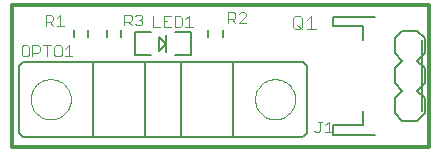
<source format=gto>
G75*
%MOIN*%
%OFA0B0*%
%FSLAX24Y24*%
%IPPOS*%
%LPD*%
%AMOC8*
5,1,8,0,0,1.08239X$1,22.5*
%
%ADD10C,0.0118*%
%ADD11C,0.0080*%
%ADD12C,0.0030*%
%ADD13C,0.0060*%
%ADD14C,0.0040*%
%ADD15C,0.0000*%
%ADD16C,0.0050*%
D10*
X000159Y000159D02*
X014057Y000159D01*
X014057Y004883D01*
X000159Y004883D01*
X000159Y000159D01*
D11*
X004234Y003198D02*
X004785Y003198D01*
X005061Y003356D02*
X005297Y003592D01*
X005061Y003828D01*
X005061Y003356D01*
X005297Y003317D02*
X005297Y003592D01*
X005297Y003868D01*
X005572Y003986D02*
X006124Y003986D01*
X006124Y003198D01*
X005572Y003198D01*
X004234Y003198D02*
X004234Y003986D01*
X004785Y003986D01*
X010864Y004171D02*
X011848Y004171D01*
X011848Y003698D01*
X010864Y004171D02*
X010864Y004486D01*
X012242Y004486D01*
X013817Y003698D02*
X013817Y001336D01*
X011848Y001336D02*
X011848Y000864D01*
X010864Y000864D01*
X010864Y000549D01*
X012242Y000549D01*
D12*
X010834Y000631D02*
X010592Y000631D01*
X010713Y000631D02*
X010713Y000995D01*
X010592Y000873D01*
X010472Y000995D02*
X010351Y000995D01*
X010411Y000995D02*
X010411Y000691D01*
X010351Y000631D01*
X010290Y000631D01*
X010229Y000691D01*
X002162Y003166D02*
X001919Y003166D01*
X002041Y003166D02*
X002041Y003530D01*
X001919Y003409D01*
X001800Y003470D02*
X001739Y003530D01*
X001618Y003530D01*
X001557Y003470D01*
X001557Y003227D01*
X001618Y003166D01*
X001739Y003166D01*
X001800Y003227D01*
X001800Y003470D01*
X001437Y003530D02*
X001194Y003530D01*
X001316Y003530D02*
X001316Y003166D01*
X001075Y003348D02*
X001014Y003288D01*
X000832Y003288D01*
X000712Y003227D02*
X000712Y003470D01*
X000651Y003530D01*
X000530Y003530D01*
X000469Y003470D01*
X000469Y003227D01*
X000530Y003166D01*
X000651Y003166D01*
X000712Y003227D01*
X000832Y003166D02*
X000832Y003530D01*
X001014Y003530D01*
X001075Y003470D01*
X001075Y003348D01*
X001280Y004188D02*
X001280Y004552D01*
X001462Y004552D01*
X001522Y004491D01*
X001522Y004370D01*
X001462Y004309D01*
X001280Y004309D01*
X001401Y004309D02*
X001522Y004188D01*
X001642Y004188D02*
X001885Y004188D01*
X001763Y004188D02*
X001763Y004552D01*
X001642Y004431D01*
X003894Y004317D02*
X004076Y004317D01*
X004136Y004378D01*
X004136Y004499D01*
X004076Y004560D01*
X003894Y004560D01*
X003894Y004196D01*
X004015Y004317D02*
X004136Y004196D01*
X004256Y004257D02*
X004317Y004196D01*
X004438Y004196D01*
X004499Y004257D01*
X004499Y004317D01*
X004438Y004378D01*
X004378Y004378D01*
X004438Y004378D02*
X004499Y004439D01*
X004499Y004499D01*
X004438Y004560D01*
X004317Y004560D01*
X004256Y004499D01*
X004844Y004521D02*
X004844Y004157D01*
X005086Y004157D01*
X005206Y004157D02*
X005449Y004157D01*
X005569Y004157D02*
X005751Y004157D01*
X005811Y004218D01*
X005811Y004460D01*
X005751Y004521D01*
X005569Y004521D01*
X005569Y004157D01*
X005931Y004157D02*
X006174Y004157D01*
X006053Y004157D02*
X006053Y004521D01*
X005931Y004400D01*
X005449Y004521D02*
X005206Y004521D01*
X005206Y004157D01*
X005206Y004339D02*
X005328Y004339D01*
X007354Y004279D02*
X007354Y004643D01*
X007536Y004643D01*
X007597Y004582D01*
X007597Y004461D01*
X007536Y004400D01*
X007354Y004400D01*
X007476Y004400D02*
X007597Y004279D01*
X007717Y004279D02*
X007960Y004521D01*
X007960Y004582D01*
X007899Y004643D01*
X007778Y004643D01*
X007717Y004582D01*
X007717Y004279D02*
X007960Y004279D01*
D13*
X007167Y004057D02*
X007167Y003820D01*
X006694Y003820D02*
X006694Y004057D01*
X003781Y004057D02*
X003781Y003820D01*
X003309Y003820D02*
X003309Y004057D01*
X002679Y004057D02*
X002679Y003820D01*
X002206Y003820D02*
X002206Y004057D01*
X012915Y003771D02*
X012915Y003271D01*
X013165Y003021D01*
X012915Y002771D01*
X012915Y002271D01*
X013165Y002021D01*
X012915Y001771D01*
X012915Y001271D01*
X013165Y001021D01*
X013665Y001021D01*
X013915Y001271D01*
X013915Y001771D01*
X013665Y002021D01*
X013915Y002271D01*
X013915Y002771D01*
X013665Y003021D01*
X013915Y003271D01*
X013915Y003771D01*
X013665Y004021D01*
X013165Y004021D01*
X012915Y003771D01*
D14*
X010275Y004063D02*
X009968Y004063D01*
X009815Y004063D02*
X009661Y004216D01*
X009585Y004063D02*
X009508Y004140D01*
X009508Y004447D01*
X009585Y004523D01*
X009738Y004523D01*
X009815Y004447D01*
X009815Y004140D01*
X009738Y004063D01*
X009585Y004063D01*
X010122Y004063D02*
X010122Y004523D01*
X009968Y004370D01*
D15*
X008250Y001734D02*
X008252Y001785D01*
X008258Y001836D01*
X008268Y001886D01*
X008281Y001936D01*
X008299Y001984D01*
X008319Y002031D01*
X008344Y002076D01*
X008372Y002119D01*
X008403Y002160D01*
X008437Y002198D01*
X008474Y002233D01*
X008513Y002266D01*
X008555Y002296D01*
X008599Y002322D01*
X008645Y002344D01*
X008693Y002364D01*
X008742Y002379D01*
X008792Y002391D01*
X008842Y002399D01*
X008893Y002403D01*
X008945Y002403D01*
X008996Y002399D01*
X009046Y002391D01*
X009096Y002379D01*
X009145Y002364D01*
X009193Y002344D01*
X009239Y002322D01*
X009283Y002296D01*
X009325Y002266D01*
X009364Y002233D01*
X009401Y002198D01*
X009435Y002160D01*
X009466Y002119D01*
X009494Y002076D01*
X009519Y002031D01*
X009539Y001984D01*
X009557Y001936D01*
X009570Y001886D01*
X009580Y001836D01*
X009586Y001785D01*
X009588Y001734D01*
X009586Y001683D01*
X009580Y001632D01*
X009570Y001582D01*
X009557Y001532D01*
X009539Y001484D01*
X009519Y001437D01*
X009494Y001392D01*
X009466Y001349D01*
X009435Y001308D01*
X009401Y001270D01*
X009364Y001235D01*
X009325Y001202D01*
X009283Y001172D01*
X009239Y001146D01*
X009193Y001124D01*
X009145Y001104D01*
X009096Y001089D01*
X009046Y001077D01*
X008996Y001069D01*
X008945Y001065D01*
X008893Y001065D01*
X008842Y001069D01*
X008792Y001077D01*
X008742Y001089D01*
X008693Y001104D01*
X008645Y001124D01*
X008599Y001146D01*
X008555Y001172D01*
X008513Y001202D01*
X008474Y001235D01*
X008437Y001270D01*
X008403Y001308D01*
X008372Y001349D01*
X008344Y001392D01*
X008319Y001437D01*
X008299Y001484D01*
X008281Y001532D01*
X008268Y001582D01*
X008258Y001632D01*
X008252Y001683D01*
X008250Y001734D01*
X000770Y001734D02*
X000772Y001785D01*
X000778Y001836D01*
X000788Y001886D01*
X000801Y001936D01*
X000819Y001984D01*
X000839Y002031D01*
X000864Y002076D01*
X000892Y002119D01*
X000923Y002160D01*
X000957Y002198D01*
X000994Y002233D01*
X001033Y002266D01*
X001075Y002296D01*
X001119Y002322D01*
X001165Y002344D01*
X001213Y002364D01*
X001262Y002379D01*
X001312Y002391D01*
X001362Y002399D01*
X001413Y002403D01*
X001465Y002403D01*
X001516Y002399D01*
X001566Y002391D01*
X001616Y002379D01*
X001665Y002364D01*
X001713Y002344D01*
X001759Y002322D01*
X001803Y002296D01*
X001845Y002266D01*
X001884Y002233D01*
X001921Y002198D01*
X001955Y002160D01*
X001986Y002119D01*
X002014Y002076D01*
X002039Y002031D01*
X002059Y001984D01*
X002077Y001936D01*
X002090Y001886D01*
X002100Y001836D01*
X002106Y001785D01*
X002108Y001734D01*
X002106Y001683D01*
X002100Y001632D01*
X002090Y001582D01*
X002077Y001532D01*
X002059Y001484D01*
X002039Y001437D01*
X002014Y001392D01*
X001986Y001349D01*
X001955Y001308D01*
X001921Y001270D01*
X001884Y001235D01*
X001845Y001202D01*
X001803Y001172D01*
X001759Y001146D01*
X001713Y001124D01*
X001665Y001104D01*
X001616Y001089D01*
X001566Y001077D01*
X001516Y001069D01*
X001465Y001065D01*
X001413Y001065D01*
X001362Y001069D01*
X001312Y001077D01*
X001262Y001089D01*
X001213Y001104D01*
X001165Y001124D01*
X001119Y001146D01*
X001075Y001172D01*
X001033Y001202D01*
X000994Y001235D01*
X000957Y001270D01*
X000923Y001308D01*
X000892Y001349D01*
X000864Y001392D01*
X000839Y001437D01*
X000819Y001484D01*
X000801Y001532D01*
X000788Y001582D01*
X000778Y001632D01*
X000772Y001683D01*
X000770Y001734D01*
D16*
X000376Y002757D02*
X000378Y002785D01*
X000383Y002813D01*
X000391Y002841D01*
X000403Y002867D01*
X000418Y002891D01*
X000435Y002913D01*
X000456Y002934D01*
X000478Y002951D01*
X000502Y002966D01*
X000528Y002978D01*
X000556Y002986D01*
X000584Y002991D01*
X000612Y002993D01*
X000612Y002994D02*
X009746Y002994D01*
X009746Y002993D02*
X009774Y002991D01*
X009802Y002986D01*
X009830Y002978D01*
X009856Y002966D01*
X009880Y002951D01*
X009902Y002934D01*
X009923Y002913D01*
X009940Y002891D01*
X009955Y002867D01*
X009967Y002841D01*
X009975Y002813D01*
X009980Y002785D01*
X009982Y002757D01*
X009982Y000710D01*
X009980Y000682D01*
X009975Y000654D01*
X009967Y000626D01*
X009955Y000600D01*
X009940Y000576D01*
X009923Y000554D01*
X009902Y000533D01*
X009880Y000516D01*
X009856Y000501D01*
X009830Y000489D01*
X009802Y000481D01*
X009774Y000476D01*
X009746Y000474D01*
X000612Y000474D01*
X000584Y000476D01*
X000556Y000481D01*
X000528Y000489D01*
X000502Y000501D01*
X000478Y000516D01*
X000456Y000533D01*
X000435Y000554D01*
X000418Y000576D01*
X000403Y000600D01*
X000391Y000626D01*
X000383Y000654D01*
X000378Y000682D01*
X000376Y000710D01*
X000376Y002757D01*
X002836Y002974D02*
X002836Y000494D01*
X004569Y000494D02*
X004569Y002974D01*
X005789Y002974D02*
X005789Y000494D01*
X007521Y000494D02*
X007521Y002974D01*
M02*

</source>
